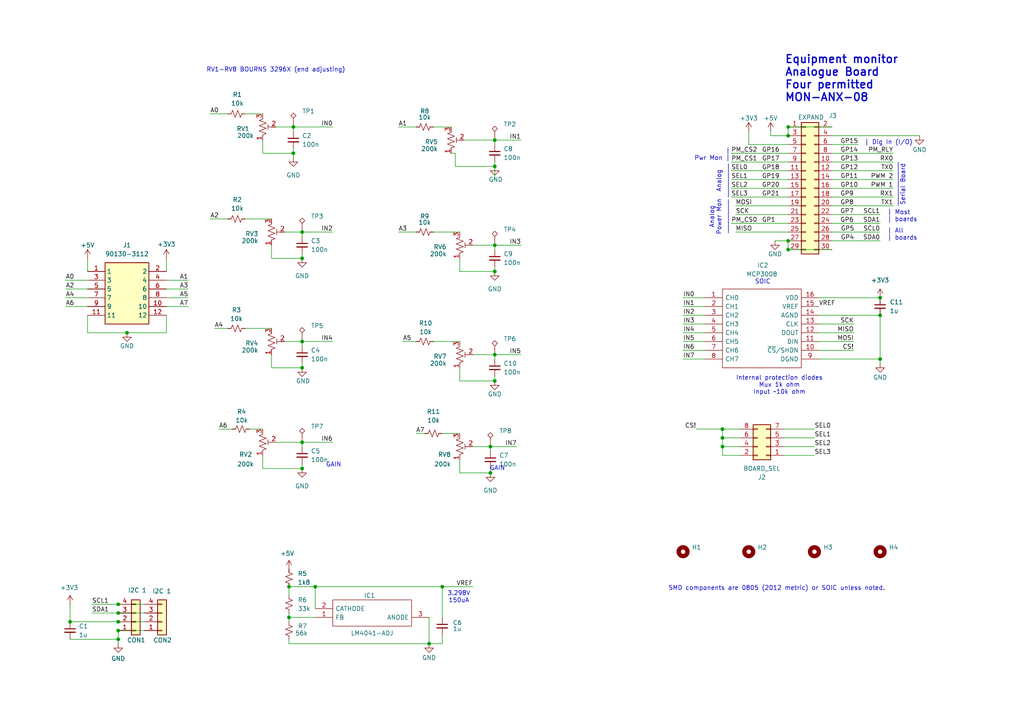
<source format=kicad_sch>
(kicad_sch (version 20250114) (generator "eeschema") (generator_version "9.0")
  (paper "A4")
  (lib_symbols
    (symbol "Connector:TestPoint_Alt" (pin_numbers (hide yes)) (pin_names (offset 0.762) (hide yes))
      (property "Reference" "TP" (at 0 6.858 0))
      (property "Value" "TestPoint_Alt" (at 0 5.08 0))
      (symbol "TestPoint_Alt_0_1"
        (polyline (pts (xy 0 2.54) (xy -0.762 3.302) (xy 0 4.064) (xy 0.762 3.302) (xy 0 2.54)))
      )
      (symbol "TestPoint_Alt_1_1"
        (pin passive line (at 0 0 90) (length 2.54) (name "1") (number "1"))
      )
    )
    (symbol "Connector_Generic:Conn_01x04" (pin_names (offset 1.016) (hide yes))
      (property "Reference" "J" (at 0 5.08 0))
      (property "Value" "Conn_01x04" (at 0 -7.62 0))
      (symbol "Conn_01x04_1_1"
        (rectangle (start -1.27 3.81) (end 1.27 -6.35) (stroke (width 0.254)) (fill (type background)))
        (rectangle (start -1.27 2.667) (end 0 2.413) (stroke (width 0.1524)))
        (rectangle (start -1.27 0.127) (end 0 -0.127) (stroke (width 0.1524)))
        (rectangle (start -1.27 -2.413) (end 0 -2.667) (stroke (width 0.1524)))
        (rectangle (start -1.27 -4.953) (end 0 -5.207) (stroke (width 0.1524)))
        (pin passive line (at -5.08 2.54 0) (length 3.81) (name "Pin_1") (number "1"))
        (pin passive line (at -5.08 0 0) (length 3.81) (name "Pin_2") (number "2"))
        (pin passive line (at -5.08 -2.54 0) (length 3.81) (name "Pin_3") (number "3"))
        (pin passive line (at -5.08 -5.08 0) (length 3.81) (name "Pin_4") (number "4"))
      )
    )
    (symbol "Connector_Generic:Conn_02x04_Odd_Even" (pin_names (offset 1.016) (hide yes))
      (property "Reference" "J" (at 1.27 5.08 0))
      (property "Value" "Conn_02x04_Odd_Even" (at 1.27 -7.62 0))
      (symbol "Conn_02x04_Odd_Even_1_1"
        (rectangle (start -1.27 3.81) (end 3.81 -6.35) (stroke (width 0.254)) (fill (type background)))
        (rectangle (start -1.27 2.667) (end 0 2.413) (stroke (width 0.1524)))
        (rectangle (start -1.27 0.127) (end 0 -0.127) (stroke (width 0.1524)))
        (rectangle (start -1.27 -2.413) (end 0 -2.667) (stroke (width 0.1524)))
        (rectangle (start -1.27 -4.953) (end 0 -5.207) (stroke (width 0.1524)))
        (rectangle (start 3.81 2.667) (end 2.54 2.413) (stroke (width 0.1524)))
        (rectangle (start 3.81 0.127) (end 2.54 -0.127) (stroke (width 0.1524)))
        (rectangle (start 3.81 -2.413) (end 2.54 -2.667) (stroke (width 0.1524)))
        (rectangle (start 3.81 -4.953) (end 2.54 -5.207) (stroke (width 0.1524)))
        (pin passive line (at -5.08 2.54 0) (length 3.81) (name "Pin_1") (number "1"))
        (pin passive line (at -5.08 0 0) (length 3.81) (name "Pin_3") (number "3"))
        (pin passive line (at -5.08 -2.54 0) (length 3.81) (name "Pin_5") (number "5"))
        (pin passive line (at -5.08 -5.08 0) (length 3.81) (name "Pin_7") (number "7"))
        (pin passive line (at 7.62 2.54 180) (length 3.81) (name "Pin_2") (number "2"))
        (pin passive line (at 7.62 0 180) (length 3.81) (name "Pin_4") (number "4"))
        (pin passive line (at 7.62 -2.54 180) (length 3.81) (name "Pin_6") (number "6"))
        (pin passive line (at 7.62 -5.08 180) (length 3.81) (name "Pin_8") (number "8"))
      )
    )
    (symbol "Connector_Generic:Conn_02x15_Odd_Even" (pin_names (offset 1.016) (hide yes))
      (property "Reference" "J" (at 1.27 20.32 0))
      (property "Value" "Conn_02x15_Odd_Even" (at 1.27 -20.32 0))
      (symbol "Conn_02x15_Odd_Even_1_1"
        (rectangle (start -1.27 19.05) (end 3.81 -19.05) (stroke (width 0.254)) (fill (type background)))
        (rectangle (start -1.27 17.907) (end 0 17.653) (stroke (width 0.1524)))
        (rectangle (start -1.27 15.367) (end 0 15.113) (stroke (width 0.1524)))
        (rectangle (start -1.27 12.827) (end 0 12.573) (stroke (width 0.1524)))
        (rectangle (start -1.27 10.287) (end 0 10.033) (stroke (width 0.1524)))
        (rectangle (start -1.27 7.747) (end 0 7.493) (stroke (width 0.1524)))
        (rectangle (start -1.27 5.207) (end 0 4.953) (stroke (width 0.1524)))
        (rectangle (start -1.27 2.667) (end 0 2.413) (stroke (width 0.1524)))
        (rectangle (start -1.27 0.127) (end 0 -0.127) (stroke (width 0.1524)))
        (rectangle (start -1.27 -2.413) (end 0 -2.667) (stroke (width 0.1524)))
        (rectangle (start -1.27 -4.953) (end 0 -5.207) (stroke (width 0.1524)))
        (rectangle (start -1.27 -7.493) (end 0 -7.747) (stroke (width 0.1524)))
        (rectangle (start -1.27 -10.033) (end 0 -10.287) (stroke (width 0.1524)))
        (rectangle (start -1.27 -12.573) (end 0 -12.827) (stroke (width 0.1524)))
        (rectangle (start -1.27 -15.113) (end 0 -15.367) (stroke (width 0.1524)))
        (rectangle (start -1.27 -17.653) (end 0 -17.907) (stroke (width 0.1524)))
        (rectangle (start 3.81 17.907) (end 2.54 17.653) (stroke (width 0.1524)))
        (rectangle (start 3.81 15.367) (end 2.54 15.113) (stroke (width 0.1524)))
        (rectangle (start 3.81 12.827) (end 2.54 12.573) (stroke (width 0.1524)))
        (rectangle (start 3.81 10.287) (end 2.54 10.033) (stroke (width 0.1524)))
        (rectangle (start 3.81 7.747) (end 2.54 7.493) (stroke (width 0.1524)))
        (rectangle (start 3.81 5.207) (end 2.54 4.953) (stroke (width 0.1524)))
        (rectangle (start 3.81 2.667) (end 2.54 2.413) (stroke (width 0.1524)))
        (rectangle (start 3.81 0.127) (end 2.54 -0.127) (stroke (width 0.1524)))
        (rectangle (start 3.81 -2.413) (end 2.54 -2.667) (stroke (width 0.1524)))
        (rectangle (start 3.81 -4.953) (end 2.54 -5.207) (stroke (width 0.1524)))
        (rectangle (start 3.81 -7.493) (end 2.54 -7.747) (stroke (width 0.1524)))
        (rectangle (start 3.81 -10.033) (end 2.54 -10.287) (stroke (width 0.1524)))
        (rectangle (start 3.81 -12.573) (end 2.54 -12.827) (stroke (width 0.1524)))
        (rectangle (start 3.81 -15.113) (end 2.54 -15.367) (stroke (width 0.1524)))
        (rectangle (start 3.81 -17.653) (end 2.54 -17.907) (stroke (width 0.1524)))
        (pin passive line (at -5.08 17.78 0) (length 3.81) (name "Pin_1") (number "1"))
        (pin passive line (at -5.08 15.24 0) (length 3.81) (name "Pin_3") (number "3"))
        (pin passive line (at -5.08 12.7 0) (length 3.81) (name "Pin_5") (number "5"))
        (pin passive line (at -5.08 10.16 0) (length 3.81) (name "Pin_7") (number "7"))
        (pin passive line (at -5.08 7.62 0) (length 3.81) (name "Pin_9") (number "9"))
        (pin passive line (at -5.08 5.08 0) (length 3.81) (name "Pin_11") (number "11"))
        (pin passive line (at -5.08 2.54 0) (length 3.81) (name "Pin_13") (number "13"))
        (pin passive line (at -5.08 0 0) (length 3.81) (name "Pin_15") (number "15"))
        (pin passive line (at -5.08 -2.54 0) (length 3.81) (name "Pin_17") (number "17"))
        (pin passive line (at -5.08 -5.08 0) (length 3.81) (name "Pin_19") (number "19"))
        (pin passive line (at -5.08 -7.62 0) (length 3.81) (name "Pin_21") (number "21"))
        (pin passive line (at -5.08 -10.16 0) (length 3.81) (name "Pin_23") (number "23"))
        (pin passive line (at -5.08 -12.7 0) (length 3.81) (name "Pin_25") (number "25"))
        (pin passive line (at -5.08 -15.24 0) (length 3.81) (name "Pin_27") (number "27"))
        (pin passive line (at -5.08 -17.78 0) (length 3.81) (name "Pin_29") (number "29"))
        (pin passive line (at 7.62 17.78 180) (length 3.81) (name "Pin_2") (number "2"))
        (pin passive line (at 7.62 15.24 180) (length 3.81) (name "Pin_4") (number "4"))
        (pin passive line (at 7.62 12.7 180) (length 3.81) (name "Pin_6") (number "6"))
        (pin passive line (at 7.62 10.16 180) (length 3.81) (name "Pin_8") (number "8"))
        (pin passive line (at 7.62 7.62 180) (length 3.81) (name "Pin_10") (number "10"))
        (pin passive line (at 7.62 5.08 180) (length 3.81) (name "Pin_12") (number "12"))
        (pin passive line (at 7.62 2.54 180) (length 3.81) (name "Pin_14") (number "14"))
        (pin passive line (at 7.62 0 180) (length 3.81) (name "Pin_16") (number "16"))
        (pin passive line (at 7.62 -2.54 180) (length 3.81) (name "Pin_18") (number "18"))
        (pin passive line (at 7.62 -5.08 180) (length 3.81) (name "Pin_20") (number "20"))
        (pin passive line (at 7.62 -7.62 180) (length 3.81) (name "Pin_22") (number "22"))
        (pin passive line (at 7.62 -10.16 180) (length 3.81) (name "Pin_24") (number "24"))
        (pin passive line (at 7.62 -12.7 180) (length 3.81) (name "Pin_26") (number "26"))
        (pin passive line (at 7.62 -15.24 180) (length 3.81) (name "Pin_28") (number "28"))
        (pin passive line (at 7.62 -17.78 180) (length 3.81) (name "Pin_30") (number "30"))
      )
    )
    (symbol "Device:C_Small" (pin_numbers (hide yes)) (pin_names (offset 0.254) (hide yes))
      (property "Reference" "C" (at 0.254 1.778 0))
      (property "Value" "C_Small" (at 0.254 -2.032 0))
      (symbol "C_Small_0_1"
        (polyline (pts (xy -1.524 0.508) (xy 1.524 0.508)) (stroke (width 0.3048)))
        (polyline (pts (xy -1.524 -0.508) (xy 1.524 -0.508)) (stroke (width 0.3302)))
      )
      (symbol "C_Small_1_1"
        (pin passive line (at 0 2.54 270) (length 2.032) (name "~") (number "1"))
        (pin passive line (at 0 -2.54 90) (length 2.032) (name "~") (number "2"))
      )
    )
    (symbol "Device:R_Potentiometer_Trim_US" (pin_names (offset 1.016) (hide yes))
      (property "Reference" "RV" (at -4.445 0 90))
      (property "Value" "R_Potentiometer_Trim_US" (at -2.54 0 90))
      (symbol "R_Potentiometer_Trim_US_0_1"
        (polyline (pts (xy 0 2.286) (xy 0 2.54)))
        (polyline (pts (xy 0 2.286) (xy 1.016 1.905) (xy 0 1.524) (xy -1.016 1.143) (xy 0 0.762)))
        (polyline (pts (xy 0 0.762) (xy 1.016 0.381) (xy 0 0) (xy -1.016 -0.381) (xy 0 -0.762)))
        (polyline (pts (xy 0 -0.762) (xy 1.016 -1.143) (xy 0 -1.524) (xy -1.016 -1.905) (xy 0 -2.286)))
        (polyline (pts (xy 0 -2.286) (xy 0 -2.54)))
        (polyline (pts (xy 1.524 0.762) (xy 1.524 -0.762)))
        (polyline (pts (xy 2.54 0) (xy 1.524 0)))
      )
      (symbol "R_Potentiometer_Trim_US_1_1"
        (pin passive line (at 0 3.81 270) (length 1.27) (name "1") (number "1"))
        (pin passive line (at 0 -3.81 90) (length 1.27) (name "3") (number "3"))
        (pin passive line (at 3.81 0 180) (length 1.27) (name "2") (number "2"))
      )
    )
    (symbol "Device:R_Small_US" (pin_numbers (hide yes)) (pin_names (offset 0.254) (hide yes))
      (property "Reference" "R" (at 0.762 0.508 0))
      (property "Value" "R_Small_US" (at 0.762 -1.016 0))
      (symbol "R_Small_US_1_1"
        (polyline (pts (xy 0 1.524) (xy 1.016 1.143) (xy 0 0.762) (xy -1.016 0.381) (xy 0 0)))
        (polyline (pts (xy 0 0) (xy 1.016 -0.381) (xy 0 -0.762) (xy -1.016 -1.143) (xy 0 -1.524)))
        (pin passive line (at 0 2.54 270) (length 1.016) (name "~") (number "1"))
        (pin passive line (at 0 -2.54 90) (length 1.016) (name "~") (number "2"))
      )
    )
    (symbol "Mechanical:MountingHole" (pin_names (offset 1.016)) (exclude_from_sim yes) (in_bom no)
      (property "Reference" "H" (at 0 5.08 0))
      (property "Value" "MountingHole" (at 0 3.175 0))
      (symbol "MountingHole_0_1"
        (circle (center 0 0) (radius 1.27) (stroke (width 1.27)))
      )
    )
    (symbol "SamacSys_Parts:90130-3112"
      (property "Reference" "J" (at 19.05 7.62 0))
      (property "Value" "90130-3112" (at 19.05 5.08 0))
      (symbol "90130-3112_1_1"
        (rectangle (start 5.08 2.54) (end 17.78 -15.24) (stroke (width 0.254)) (fill (type background)))
        (pin passive line (at 0 0 0) (length 5.08) (name "1") (number "1"))
        (pin passive line (at 0 -2.54 0) (length 5.08) (name "3") (number "3"))
        (pin passive line (at 0 -5.08 0) (length 5.08) (name "5") (number "5"))
        (pin passive line (at 0 -7.62 0) (length 5.08) (name "7") (number "7"))
        (pin passive line (at 0 -10.16 0) (length 5.08) (name "9") (number "9"))
        (pin passive line (at 0 -12.7 0) (length 5.08) (name "11") (number "11"))
        (pin passive line (at 22.86 0 180) (length 5.08) (name "2") (number "2"))
        (pin passive line (at 22.86 -2.54 180) (length 5.08) (name "4") (number "4"))
        (pin passive line (at 22.86 -5.08 180) (length 5.08) (name "6") (number "6"))
        (pin passive line (at 22.86 -7.62 180) (length 5.08) (name "8") (number "8"))
        (pin passive line (at 22.86 -10.16 180) (length 5.08) (name "10") (number "10"))
        (pin passive line (at 22.86 -12.7 180) (length 5.08) (name "12") (number "12"))
      )
    )
    (symbol "SamacSys_Parts:LM4041C12IDBZR" (pin_names (offset 0.762))
      (property "Reference" "IC" (at 29.21 7.62 0))
      (property "Value" "LM4041C12IDBZR" (at 29.21 5.08 0))
      (symbol "LM4041C12IDBZR_0_0"
        (pin passive line (at 0 0 0) (length 5.08) (name "FB") (number "1"))
        (pin passive line (at 0 -2.54 0) (length 5.08) (name "CATHODE") (number "2"))
        (pin passive line (at 33.02 0 180) (length 5.08) (name "ANODE") (number "3"))
      )
      (symbol "LM4041C12IDBZR_0_1"
        (polyline (pts (xy 5.08 2.54) (xy 27.94 2.54) (xy 27.94 -5.08) (xy 5.08 -5.08) (xy 5.08 2.54)) (stroke (width 0.1524)))
      )
    )
    (symbol "SamacSys_Parts:MCP3008-I_SL" (pin_names (offset 0.762))
      (property "Reference" "IC" (at 29.21 7.62 0))
      (property "Value" "MCP3008-I_SL" (at 29.21 5.08 0))
      (symbol "MCP3008-I_SL_0_0"
        (pin passive line (at 0 0 0) (length 5.08) (name "CH0") (number "1"))
        (pin passive line (at 0 -2.54 0) (length 5.08) (name "CH1") (number "2"))
        (pin passive line (at 0 -5.08 0) (length 5.08) (name "CH2") (number "3"))
        (pin passive line (at 0 -7.62 0) (length 5.08) (name "CH3") (number "4"))
        (pin passive line (at 0 -10.16 0) (length 5.08) (name "CH4") (number "5"))
        (pin passive line (at 0 -12.7 0) (length 5.08) (name "CH5") (number "6"))
        (pin passive line (at 0 -15.24 0) (length 5.08) (name "CH6") (number "7"))
        (pin passive line (at 0 -17.78 0) (length 5.08) (name "CH7") (number "8"))
        (pin passive line (at 33.02 0 180) (length 5.08) (name "VDD") (number "16"))
        (pin passive line (at 33.02 -2.54 180) (length 5.08) (name "VREF") (number "15"))
        (pin passive line (at 33.02 -5.08 180) (length 5.08) (name "AGND") (number "14"))
        (pin passive line (at 33.02 -7.62 180) (length 5.08) (name "CLK") (number "13"))
        (pin passive line (at 33.02 -10.16 180) (length 5.08) (name "DOUT") (number "12"))
        (pin passive line (at 33.02 -12.7 180) (length 5.08) (name "DIN") (number "11"))
        (pin passive line (at 33.02 -15.24 180) (length 5.08) (name "~{CS}/SHDN") (number "10"))
        (pin passive line (at 33.02 -17.78 180) (length 5.08) (name "DGND") (number "9"))
      )
      (symbol "MCP3008-I_SL_0_1"
        (polyline (pts (xy 5.08 2.54) (xy 27.94 2.54) (xy 27.94 -20.32) (xy 5.08 -20.32) (xy 5.08 2.54)) (stroke (width 0.1524)))
      )
    )
    (symbol "power:+3V3" (power) (pin_numbers (hide yes)) (pin_names (offset 0) (hide yes))
      (property "Value" "+3V3" (at 0 3.556 0))
      (symbol "+3V3_0_1"
        (polyline (pts (xy -0.762 1.27) (xy 0 2.54)))
        (polyline (pts (xy 0 2.54) (xy 0.762 1.27)))
        (polyline (pts (xy 0 0) (xy 0 2.54)))
      )
      (symbol "+3V3_1_1"
        (pin power_in line (at 0 0 90) (length 0) (name "~") (number "1"))
      )
    )
    (symbol "power:+5V" (power) (pin_numbers (hide yes)) (pin_names (offset 0) (hide yes))
      (property "Value" "+5V" (at 0 3.556 0))
      (symbol "+5V_0_1"
        (polyline (pts (xy -0.762 1.27) (xy 0 2.54)))
        (polyline (pts (xy 0 2.54) (xy 0.762 1.27)))
        (polyline (pts (xy 0 0) (xy 0 2.54)))
      )
      (symbol "+5V_1_1"
        (pin power_in line (at 0 0 90) (length 0) (name "~") (number "1"))
      )
    )
    (symbol "power:GND" (power) (pin_numbers (hide yes)) (pin_names (offset 0) (hide yes))
      (property "Value" "GND" (at 0 -3.81 0))
      (symbol "GND_0_1"
        (polyline (pts (xy 0 0) (xy 0 -1.27) (xy 1.27 -1.27) (xy 0 -2.54) (xy -1.27 -1.27) (xy 0 -1.27)))
      )
      (symbol "GND_1_1"
        (pin power_in line (at 0 0 270) (length 0) (name "~") (number "1"))
      )
    )
  )
  (text "GAIN" (at 96.774 134.874 0) (effects (font (size 1.27 1.27))))
  (text "    |\nPwr Mon |" (at 211.836 44.958 0) (effects (font (size 1.27 1.27)) (justify right)))
  (text "3.298V\n150uA" (at 133.096 173.228 0) (effects (font (size 1.27 1.27))))
  (text "SMD components are 0805 (2012 metric) or SOIC unless noted." (at 225.298 170.688 0) (effects (font (size 1.27 1.27))))
  (text "| Dig In (I/O)" (at 250.698 41.402 0) (effects (font (size 1.27 1.27)) (justify left)))
  (text "Internal protection diodes\nMux 1k ohm\nInput ~10k ohm" (at 226.06 111.76 0) (effects (font (size 1.27 1.27))))
  (text "_____________\nSerial Board" (at 260.858 53.594 90) (effects (font (size 1.27 1.27))))
  (text "Equipment monitor\nAnalogue Board\nFour permitted\nMON-ANX-08" (at 227.584 22.86 0) (effects (font (size 2.286 2.286) (thickness 0.381) (bold yes)) (justify left)))
  (text "GAIN" (at 144.272 135.89 0) (effects (font (size 1.27 1.27))))
  (text "SOIC" (at 221.234 81.788 0) (effects (font (size 1.27 1.27))))
  (text "Analog\nPower Mon\n__________" (at 208.534 62.992 90) (effects (font (size 1.27 1.27))))
  (text "Analog\n__________" (at 209.55 52.578 90) (effects (font (size 1.27 1.27))))
  (text "| Most\n| boards" (at 257.302 62.738 0) (effects (font (size 1.27 1.27)) (justify left)))
  (text "RV1-RV8 BOURNS 3296X (end adjusting)" (at 80.01 20.32 0) (effects (font (size 1.27 1.27))))
  (text "| All\n| boards" (at 257.302 68.072 0) (effects (font (size 1.27 1.27)) (justify left)))
  (junction (at 143.51 102.87))
  (junction (at 209.55 124.46))
  (junction (at 228.6 69.85))
  (junction (at 209.55 129.54))
  (junction (at 209.55 127))
  (junction (at 143.51 40.64))
  (junction (at 128.27 170.18))
  (junction (at 34.29 182.88))
  (junction (at 83.82 170.18))
  (junction (at 20.32 180.34))
  (junction (at 142.24 137.16))
  (junction (at 85.09 36.83))
  (junction (at 143.51 48.26))
  (junction (at 87.63 135.89))
  (junction (at 142.24 129.54))
  (junction (at 83.82 179.07))
  (junction (at 143.51 78.74))
  (junction (at 255.27 86.36))
  (junction (at 228.6 36.83))
  (junction (at 87.63 74.93))
  (junction (at 228.6 39.37))
  (junction (at 87.63 106.68))
  (junction (at 34.29 180.34))
  (junction (at 143.51 71.12))
  (junction (at 36.83 96.52))
  (junction (at 91.44 170.18))
  (junction (at 124.46 186.69))
  (junction (at 87.63 128.27))
  (junction (at 228.6 72.39))
  (junction (at 34.29 185.42))
  (junction (at 255.27 91.44))
  (junction (at 34.29 175.26))
  (junction (at 85.09 44.45))
  (junction (at 34.29 177.8))
  (junction (at 255.27 104.14))
  (junction (at 87.63 67.31))
  (junction (at 87.63 99.06))
  (junction (at 143.51 110.49))
  (wire (pts (xy 91.44 170.18) (xy 83.82 170.18)))
  (wire (pts (xy 212.09 52.07) (xy 228.6 52.07)))
  (wire (pts (xy 217.17 38.1) (xy 217.17 41.91)))
  (wire (pts (xy 142.24 130.81) (xy 142.24 129.54)))
  (wire (pts (xy 241.3 52.07) (xy 259.08 52.07)))
  (wire (pts (xy 128.27 186.69) (xy 128.27 184.15)))
  (wire (pts (xy 124.46 179.07) (xy 124.46 186.69)))
  (wire (pts (xy 143.51 71.12) (xy 151.13 71.12)))
  (wire (pts (xy 83.82 177.8) (xy 83.82 179.07)))
  (wire (pts (xy 78.74 95.25) (xy 71.12 95.25)))
  (wire (pts (xy 237.49 104.14) (xy 255.27 104.14)))
  (wire (pts (xy 237.49 96.52) (xy 247.65 96.52)))
  (wire (pts (xy 128.27 170.18) (xy 91.44 170.18)))
  (wire (pts (xy 25.4 96.52) (xy 36.83 96.52)))
  (wire (pts (xy 241.3 62.23) (xy 255.27 62.23)))
  (wire (pts (xy 133.35 67.31) (xy 125.73 67.31)))
  (wire (pts (xy 41.91 182.88) (xy 34.29 182.88)))
  (wire (pts (xy 87.63 100.33) (xy 87.63 99.06)))
  (wire (pts (xy 198.12 93.98) (xy 204.47 93.98)))
  (wire (pts (xy 115.57 36.83) (xy 120.65 36.83)))
  (wire (pts (xy 213.36 67.31) (xy 228.6 67.31)))
  (wire (pts (xy 91.44 170.18) (xy 91.44 176.53)))
  (wire (pts (xy 143.51 72.39) (xy 143.51 71.12)))
  (wire (pts (xy 26.67 175.26) (xy 34.29 175.26)))
  (wire (pts (xy 143.51 41.91) (xy 143.51 40.64)))
  (wire (pts (xy 80.01 36.83) (xy 85.09 36.83)))
  (wire (pts (xy 76.2 44.45) (xy 85.09 44.45)))
  (wire (pts (xy 85.09 38.1) (xy 85.09 36.83)))
  (wire (pts (xy 133.35 137.16) (xy 142.24 137.16)))
  (wire (pts (xy 133.35 74.93) (xy 133.35 78.74)))
  (wire (pts (xy 143.51 40.64) (xy 151.13 40.64)))
  (wire (pts (xy 133.35 99.06) (xy 125.73 99.06)))
  (wire (pts (xy 213.36 62.23) (xy 228.6 62.23)))
  (wire (pts (xy 128.27 186.69) (xy 124.46 186.69)))
  (wire (pts (xy 212.09 57.15) (xy 228.6 57.15)))
  (wire (pts (xy 227.33 132.08) (xy 236.22 132.08)))
  (wire (pts (xy 143.51 77.47) (xy 143.51 78.74)))
  (wire (pts (xy 137.16 102.87) (xy 143.51 102.87)))
  (wire (pts (xy 130.81 44.45) (xy 132.08 44.45)))
  (wire (pts (xy 143.51 102.87) (xy 151.13 102.87)))
  (wire (pts (xy 85.09 36.83) (xy 96.52 36.83)))
  (wire (pts (xy 80.01 128.27) (xy 87.63 128.27)))
  (wire (pts (xy 76.2 135.89) (xy 87.63 135.89)))
  (wire (pts (xy 212.09 49.53) (xy 228.6 49.53)))
  (wire (pts (xy 212.09 44.45) (xy 228.6 44.45)))
  (wire (pts (xy 87.63 73.66) (xy 87.63 74.93)))
  (wire (pts (xy 63.5 124.46) (xy 67.31 124.46)))
  (wire (pts (xy 87.63 67.31) (xy 96.52 67.31)))
  (wire (pts (xy 134.62 40.64) (xy 143.51 40.64)))
  (wire (pts (xy 19.05 81.28) (xy 25.4 81.28)))
  (wire (pts (xy 241.3 44.45) (xy 259.08 44.45)))
  (wire (pts (xy 132.08 48.26) (xy 143.51 48.26)))
  (wire (pts (xy 120.65 125.73) (xy 123.19 125.73)))
  (wire (pts (xy 85.09 45.72) (xy 85.09 44.45)))
  (wire (pts (xy 130.81 36.83) (xy 125.73 36.83)))
  (wire (pts (xy 87.63 134.62) (xy 87.63 135.89)))
  (wire (pts (xy 137.16 170.18) (xy 128.27 170.18)))
  (wire (pts (xy 128.27 125.73) (xy 133.35 125.73)))
  (wire (pts (xy 217.17 41.91) (xy 228.6 41.91)))
  (wire (pts (xy 25.4 91.44) (xy 25.4 96.52)))
  (wire (pts (xy 82.55 99.06) (xy 87.63 99.06)))
  (wire (pts (xy 237.49 86.36) (xy 255.27 86.36)))
  (wire (pts (xy 83.82 186.69) (xy 83.82 185.42)))
  (wire (pts (xy 128.27 170.18) (xy 128.27 179.07)))
  (wire (pts (xy 201.93 124.46) (xy 209.55 124.46)))
  (wire (pts (xy 143.51 104.14) (xy 143.51 102.87)))
  (wire (pts (xy 241.3 67.31) (xy 255.27 67.31)))
  (wire (pts (xy 213.36 59.69) (xy 228.6 59.69)))
  (wire (pts (xy 241.3 54.61) (xy 259.08 54.61)))
  (wire (pts (xy 83.82 186.69) (xy 124.46 186.69)))
  (wire (pts (xy 78.74 74.93) (xy 87.63 74.93)))
  (wire (pts (xy 198.12 91.44) (xy 204.47 91.44)))
  (wire (pts (xy 142.24 135.89) (xy 142.24 137.16)))
  (wire (pts (xy 228.6 36.83) (xy 241.3 36.83)))
  (wire (pts (xy 48.26 74.93) (xy 48.26 78.74)))
  (wire (pts (xy 34.29 177.8) (xy 41.91 177.8)))
  (wire (pts (xy 143.51 48.26) (xy 143.51 52.07)))
  (wire (pts (xy 48.26 86.36) (xy 54.61 86.36)))
  (wire (pts (xy 133.35 78.74) (xy 143.51 78.74)))
  (wire (pts (xy 78.74 106.68) (xy 87.63 106.68)))
  (wire (pts (xy 142.24 129.54) (xy 149.86 129.54)))
  (wire (pts (xy 223.52 38.1) (xy 223.52 39.37)))
  (wire (pts (xy 241.3 41.91) (xy 248.92 41.91)))
  (wire (pts (xy 76.2 40.64) (xy 76.2 44.45)))
  (wire (pts (xy 209.55 129.54) (xy 209.55 127)))
  (wire (pts (xy 198.12 99.06) (xy 204.47 99.06)))
  (wire (pts (xy 83.82 179.07) (xy 91.44 179.07)))
  (wire (pts (xy 71.12 33.02) (xy 76.2 33.02)))
  (wire (pts (xy 87.63 105.41) (xy 87.63 106.68)))
  (wire (pts (xy 48.26 88.9) (xy 54.61 88.9)))
  (wire (pts (xy 209.55 129.54) (xy 214.63 129.54)))
  (wire (pts (xy 34.29 185.42) (xy 34.29 186.69)))
  (wire (pts (xy 72.39 124.46) (xy 76.2 124.46)))
  (wire (pts (xy 228.6 69.85) (xy 228.6 72.39)))
  (wire (pts (xy 227.33 127) (xy 236.22 127)))
  (wire (pts (xy 78.74 102.87) (xy 78.74 106.68)))
  (wire (pts (xy 241.3 57.15) (xy 259.08 57.15)))
  (wire (pts (xy 137.16 71.12) (xy 143.51 71.12)))
  (wire (pts (xy 224.79 69.85) (xy 228.6 69.85)))
  (wire (pts (xy 87.63 68.58) (xy 87.63 67.31)))
  (wire (pts (xy 120.65 99.06) (xy 116.84 99.06)))
  (wire (pts (xy 137.16 129.54) (xy 142.24 129.54)))
  (wire (pts (xy 36.83 96.52) (xy 48.26 96.52)))
  (wire (pts (xy 228.6 36.83) (xy 228.6 39.37)))
  (wire (pts (xy 237.49 101.6) (xy 247.65 101.6)))
  (wire (pts (xy 227.33 129.54) (xy 236.22 129.54)))
  (wire (pts (xy 60.96 63.5) (xy 66.04 63.5)))
  (wire (pts (xy 83.82 180.34) (xy 83.82 179.07)))
  (wire (pts (xy 228.6 72.39) (xy 241.3 72.39)))
  (wire (pts (xy 83.82 172.72) (xy 83.82 170.18)))
  (wire (pts (xy 48.26 96.52) (xy 48.26 91.44)))
  (wire (pts (xy 85.09 43.18) (xy 85.09 44.45)))
  (wire (pts (xy 209.55 127) (xy 209.55 124.46)))
  (wire (pts (xy 198.12 104.14) (xy 204.47 104.14)))
  (wire (pts (xy 132.08 44.45) (xy 132.08 48.26)))
  (wire (pts (xy 82.55 67.31) (xy 87.63 67.31)))
  (wire (pts (xy 41.91 180.34) (xy 34.29 180.34)))
  (wire (pts (xy 143.51 46.99) (xy 143.51 48.26)))
  (wire (pts (xy 198.12 86.36) (xy 204.47 86.36)))
  (wire (pts (xy 133.35 133.35) (xy 133.35 137.16)))
  (wire (pts (xy 76.2 132.08) (xy 76.2 135.89)))
  (wire (pts (xy 241.3 69.85) (xy 255.27 69.85)))
  (wire (pts (xy 87.63 99.06) (xy 96.52 99.06)))
  (wire (pts (xy 227.33 124.46) (xy 236.22 124.46)))
  (wire (pts (xy 60.96 33.02) (xy 66.04 33.02)))
  (wire (pts (xy 25.4 74.93) (xy 25.4 78.74)))
  (wire (pts (xy 19.05 86.36) (xy 25.4 86.36)))
  (wire (pts (xy 87.63 129.54) (xy 87.63 128.27)))
  (wire (pts (xy 209.55 132.08) (xy 214.63 132.08)))
  (wire (pts (xy 19.05 88.9) (xy 25.4 88.9)))
  (wire (pts (xy 255.27 104.14) (xy 255.27 91.44)))
  (wire (pts (xy 198.12 101.6) (xy 204.47 101.6)))
  (wire (pts (xy 209.55 124.46) (xy 214.63 124.46)))
  (wire (pts (xy 78.74 63.5) (xy 71.12 63.5)))
  (wire (pts (xy 212.09 54.61) (xy 228.6 54.61)))
  (wire (pts (xy 143.51 109.22) (xy 143.51 110.49)))
  (wire (pts (xy 20.32 185.42) (xy 34.29 185.42)))
  (wire (pts (xy 26.67 177.8) (xy 34.29 177.8)))
  (wire (pts (xy 133.35 110.49) (xy 143.51 110.49)))
  (wire (pts (xy 78.74 71.12) (xy 78.74 74.93)))
  (wire (pts (xy 198.12 88.9) (xy 204.47 88.9)))
  (wire (pts (xy 241.3 39.37) (xy 266.7 39.37)))
  (wire (pts (xy 255.27 105.41) (xy 255.27 104.14)))
  (wire (pts (xy 198.12 96.52) (xy 204.47 96.52)))
  (wire (pts (xy 48.26 81.28) (xy 54.61 81.28)))
  (wire (pts (xy 223.52 39.37) (xy 228.6 39.37)))
  (wire (pts (xy 20.32 180.34) (xy 34.29 180.34)))
  (wire (pts (xy 241.3 59.69) (xy 259.08 59.69)))
  (wire (pts (xy 241.3 46.99) (xy 259.08 46.99)))
  (wire (pts (xy 212.09 64.77) (xy 228.6 64.77)))
  (wire (pts (xy 241.3 49.53) (xy 259.08 49.53)))
  (wire (pts (xy 237.49 99.06) (xy 247.65 99.06)))
  (wire (pts (xy 237.49 91.44) (xy 255.27 91.44)))
  (wire (pts (xy 62.23 95.25) (xy 66.04 95.25)))
  (wire (pts (xy 87.63 128.27) (xy 96.52 128.27)))
  (wire (pts (xy 241.3 64.77) (xy 255.27 64.77)))
  (wire (pts (xy 20.32 175.26) (xy 20.32 180.34)))
  (wire (pts (xy 209.55 132.08) (xy 209.55 129.54)))
  (wire (pts (xy 212.09 46.99) (xy 228.6 46.99)))
  (wire (pts (xy 34.29 185.42) (xy 34.29 182.88)))
  (wire (pts (xy 237.49 93.98) (xy 247.65 93.98)))
  (wire (pts (xy 209.55 127) (xy 214.63 127)))
  (wire (pts (xy 133.35 106.68) (xy 133.35 110.49)))
  (wire (pts (xy 48.26 83.82) (xy 54.61 83.82)))
  (wire (pts (xy 115.57 67.31) (xy 120.65 67.31)))
  (wire (pts (xy 41.91 175.26) (xy 34.29 175.26)))
  (wire (pts (xy 19.05 83.82) (xy 25.4 83.82)))
  (label "GP1" (at 220.98 64.77 0))
  (label "IN2" (at 96.52 67.31 180))
  (label "PWM 2" (at 259.08 52.07 180))
  (label "IN5" (at 198.12 99.06 0))
  (label "SDA0" (at 255.27 69.85 180))
  (label "A3" (at 54.61 83.82 180))
  (label "SEL0" (at 236.22 124.46 0))
  (label "SCL1" (at 255.27 62.23 180))
  (label "A0" (at 60.96 33.02 0))
  (label "GP11" (at 248.92 52.07 180))
  (label "IN4" (at 96.52 99.06 180))
  (label "IN1" (at 198.12 88.9 0))
  (label "IN0" (at 198.12 86.36 0))
  (label "A4" (at 62.23 95.25 0))
  (label "SCK" (at 247.65 93.98 180))
  (label "MISO" (at 247.65 96.52 180))
  (label "GP14" (at 248.92 44.45 180))
  (label "IN6" (at 96.52 128.27 180))
  (label "A1" (at 115.57 36.83 0))
  (label "PM_RLY" (at 259.08 44.45 180))
  (label "PM_CS1" (at 212.09 46.99 0))
  (label "IN1" (at 151.13 40.64 180))
  (label "TX0" (at 259.08 49.53 180))
  (label "TX1" (at 259.08 59.69 180))
  (label "GP16" (at 220.98 44.45 0))
  (label "GP12" (at 248.92 49.53 180))
  (label "A6" (at 19.05 88.9 0))
  (label "SDA1" (at 255.27 64.77 180))
  (label "GP13" (at 248.92 46.99 180))
  (label "MOSI" (at 213.36 59.69 0))
  (label "GP4" (at 243.84 69.85 0))
  (label "SEL1" (at 236.22 127 0))
  (label "IN7" (at 198.12 104.14 0))
  (label "GP17" (at 220.98 46.99 0))
  (label "IN5" (at 151.13 102.87 180))
  (label "VREF" (at 137.16 170.18 180))
  (label "PWM 1" (at 259.08 54.61 180))
  (label "GP9" (at 247.65 57.15 180))
  (label "IN7" (at 149.86 129.54 180))
  (label "SEL3" (at 212.09 57.15 0))
  (label "SCK" (at 213.36 62.23 0))
  (label "GP6" (at 247.65 64.77 180))
  (label "IN2" (at 198.12 91.44 0))
  (label "PM_CS2" (at 212.09 44.45 0))
  (label "GP8" (at 247.65 59.69 180))
  (label "SEL2" (at 236.22 129.54 0))
  (label "A5" (at 116.84 99.06 0))
  (label "VREF" (at 237.49 88.9 0))
  (label "PM_CS0" (at 212.09 64.77 0))
  (label "A4" (at 19.05 86.36 0))
  (label "CS!" (at 247.65 101.6 180))
  (label "SEL1" (at 212.09 52.07 0))
  (label "GP20" (at 220.98 54.61 0))
  (label "GP15" (at 248.92 41.91 180))
  (label "CS!" (at 201.93 124.46 180))
  (label "SEL3" (at 236.22 132.08 0))
  (label "GP21" (at 220.98 57.15 0))
  (label "A2" (at 19.05 83.82 0))
  (label "SCL0" (at 255.27 67.31 180))
  (label "GP18" (at 220.98 49.53 0))
  (label "A6" (at 63.5 124.46 0))
  (label "A1" (at 54.61 81.28 180))
  (label "MISO" (at 213.36 67.31 0))
  (label "RX0" (at 259.08 46.99 180))
  (label "IN6" (at 198.12 101.6 0))
  (label "SDA1" (at 26.67 177.8 0))
  (label "SEL2" (at 212.09 54.61 0))
  (label "IN3" (at 151.13 71.12 180))
  (label "A0" (at 19.05 81.28 0))
  (label "IN4" (at 198.12 96.52 0))
  (label "SCL1" (at 26.67 175.26 0))
  (label "MOSI" (at 247.65 99.06 180))
  (label "IN3" (at 198.12 93.98 0))
  (label "GP19" (at 220.98 52.07 0))
  (label "A7" (at 54.61 88.9 180))
  (label "RX1" (at 259.08 57.15 180))
  (label "IN0" (at 96.52 36.83 180))
  (label "GP5" (at 243.84 67.31 0))
  (label "A7" (at 120.65 125.73 0))
  (label "A3" (at 115.57 67.31 0))
  (label "GP10" (at 248.92 54.61 180))
  (label "A5" (at 54.61 86.36 180))
  (label "SEL0" (at 212.09 49.53 0))
  (label "A2" (at 60.96 63.5 0))
  (label "GP7" (at 247.65 62.23 180))
  (symbol (lib_id "Mechanical:MountingHole") (at 217.17 160.02 0) (unit 1) (exclude_from_sim yes) (in_bom no)
    (property "Reference" "H2" (at 219.71 158.7499 0) (effects (justify left)))
    (property "Value" "MountingHole" (effects (hide yes)))
    (property "Footprint" "RP:MountingHole_3.5mm_no_fill" (effects (hide yes)))
    (property "Description" "Mounting Hole without connection" (effects (hide yes)))
  )
  (symbol (lib_id "Connector:TestPoint_Alt") (at 143.51 71.12 0) (unit 1)
    (property "Reference" "TP4" (at 146.05 66.5479 0) (effects (justify left)))
    (property "Value" "TestPoint_Alt" (effects (hide yes)))
    (property "Footprint" "TestPoint:TestPoint_THTPad_2.0x2.0mm_Drill1.0mm" (effects (hide yes)))
    (property "Description" "test point (alternative shape)" (effects (hide yes)))
  )
  (symbol (lib_id "power:GND") (at 143.51 110.49 0) (unit 1)
    (property "Reference" "#PWR014" (effects (hide yes)))
    (property "Value" "GND" (at 143.51 114.3 0))
    (property "Description" "Power symbol creates a global label with name \"GND\" , ground" (effects (hide yes)))
  )
  (symbol (lib_id "Connector:TestPoint_Alt") (at 87.63 99.06 0) (unit 1)
    (property "Reference" "TP5" (at 90.17 94.4879 0) (effects (justify left)))
    (property "Value" "TestPoint_Alt" (effects (hide yes)))
    (property "Footprint" "TestPoint:TestPoint_THTPad_2.0x2.0mm_Drill1.0mm" (effects (hide yes)))
    (property "Description" "test point (alternative shape)" (effects (hide yes)))
  )
  (symbol (lib_id "power:GND") (at 36.83 96.52 0) (unit 1)
    (property "Reference" "#PWR03" (effects (hide yes)))
    (property "Value" "GND" (at 36.83 100.33 0))
  )
  (symbol (lib_id "SamacSys_Parts:90130-3112") (at 25.4 78.74 0) (unit 1)
    (property "Reference" "J1" (at 36.83 71.12 0))
    (property "Value" "90130-3112" (at 36.83 73.66 0))
    (property "Footprint" "SamacSys_Parts:SHDRRA12W65P254_2X6_1758X1090X1005P" (effects (hide yes)))
    (property "Datasheet" "https://www.molex.com/pdm_docs/sd/901303112_sd.pdf" (effects (hide yes)))
    (property "Description" "Headers & Wire Housings 2.54MM CGRIDIII HDR 12P R/A DR SHRD TIN" (effects (hide yes)))
    (property "Height" "10.05" (effects (hide yes)))
    (property "Mouser Part Number" "538-90130-3112" (effects (hide yes)))
    (property "Mouser Price/Stock" "https://www.mouser.co.uk/ProductDetail/Molex/90130-3112?qs=kEwmkoUtv7TqQ0WbVYuwuQ%3D%3D" (effects (hide yes)))
    (property "Manufacturer_Name" "Molex" (effects (hide yes)))
    (property "Manufacturer_Part_Number" "90130-3112" (effects (hide yes)))
  )
  (symbol (lib_id "power:GND") (at 224.79 69.85 0) (unit 1)
    (property "Reference" "#PWR017" (effects (hide yes)))
    (property "Value" "GND" (at 224.79 73.66 0))
    (property "Description" "Power symbol creates a global label with name \"GND\" , ground" (effects (hide yes)))
  )
  (symbol (lib_id "Device:R_Small_US") (at 123.19 36.83 90) (unit 1)
    (property "Reference" "R8" (at 123.19 32.258 90))
    (property "Value" "10k" (at 123.19 34.036 90))
    (property "Footprint" "Resistor_SMD:R_0805_2012Metric_Pad1.20x1.40mm_HandSolder" (effects (hide yes)))
    (property "Description" "Resistor, small US symbol" (effects (hide yes)))
  )
  (symbol (lib_id "Device:R_Small_US") (at 69.85 124.46 90) (unit 1)
    (property "Reference" "R4" (at 70.104 119.38 90))
    (property "Value" "10k" (at 70.104 121.92 90))
    (property "Footprint" "Resistor_SMD:R_0805_2012Metric_Pad1.20x1.40mm_HandSolder" (effects (hide yes)))
    (property "Description" "Resistor, small US symbol" (effects (hide yes)))
  )
  (symbol (lib_id "Device:C_Small") (at 87.63 71.12 0) (unit 1)
    (property "Reference" "C3" (at 90.17 69.8562 0) (effects (justify left)))
    (property "Value" "100n" (at 90.17 72.3962 0) (effects (justify left)))
    (property "Footprint" "Capacitor_SMD:C_0805_2012Metric_Pad1.18x1.45mm_HandSolder" (effects (hide yes)))
    (property "Description" "Unpolarized capacitor, small symbol" (effects (hide yes)))
  )
  (symbol (lib_id "Device:R_Small_US") (at 68.58 63.5 90) (unit 1)
    (property "Reference" "R2" (at 68.834 57.912 90))
    (property "Value" "10k" (at 68.834 60.452 90))
    (property "Footprint" "Resistor_SMD:R_0805_2012Metric_Pad1.20x1.40mm_HandSolder" (effects (hide yes)))
    (property "Description" "Resistor, small US symbol" (effects (hide yes)))
  )
  (symbol (lib_id "Device:C_Small") (at 143.51 74.93 0) (unit 1)
    (property "Reference" "C9" (at 146.05 73.6662 0) (effects (justify left)))
    (property "Value" "100n" (at 146.05 76.2062 0) (effects (justify left)))
    (property "Footprint" "Capacitor_SMD:C_0805_2012Metric_Pad1.18x1.45mm_HandSolder" (effects (hide yes)))
    (property "Description" "Unpolarized capacitor, small symbol" (effects (hide yes)))
  )
  (symbol (lib_id "power:GND") (at 143.51 78.74 0) (unit 1)
    (property "Reference" "#PWR013" (effects (hide yes)))
    (property "Value" "GND" (at 143.51 83.82 0))
    (property "Description" "Power symbol creates a global label with name \"GND\" , ground" (effects (hide yes)))
  )
  (symbol (lib_id "Device:R_Potentiometer_Trim_US") (at 78.74 99.06 0) (mirror x) (unit 1)
    (property "Reference" "RV4" (at 74.93 99.568 0) (effects (justify right)))
    (property "Value" "200k" (at 74.93 101.6 0) (effects (justify right)))
    (property "Footprint" "Potentiometer_THT:Potentiometer_Bourns_3296X_Horizontal" (effects (hide yes)))
    (property "Description" "Trim-potentiometer, US symbol" (effects (hide yes)))
  )
  (symbol (lib_id "Device:R_Potentiometer_Trim_US") (at 78.74 67.31 0) (mirror x) (unit 1)
    (property "Reference" "RV3" (at 74.93 67.818 0) (effects (justify right)))
    (property "Value" "200k" (at 74.93 69.85 0) (effects (justify right)))
    (property "Footprint" "Potentiometer_THT:Potentiometer_Bourns_3296X_Horizontal" (effects (hide yes)))
    (property "Description" "Trim-potentiometer, US symbol" (effects (hide yes)))
  )
  (symbol (lib_id "Device:R_Potentiometer_Trim_US") (at 130.81 40.64 0) (mirror x) (unit 1)
    (property "Reference" "RV5" (at 127 41.148 0) (effects (justify right)))
    (property "Value" "200k" (at 127 43.18 0) (effects (justify right)))
    (property "Footprint" "Potentiometer_THT:Potentiometer_Bourns_3296X_Horizontal" (effects (hide yes)))
    (property "Description" "Trim-potentiometer, US symbol" (effects (hide yes)))
  )
  (symbol (lib_id "Device:R_Potentiometer_Trim_US") (at 133.35 102.87 0) (mirror x) (unit 1)
    (property "Reference" "RV7" (at 129.54 103.378 0) (effects (justify right)))
    (property "Value" "200k" (at 129.54 105.41 0) (effects (justify right)))
    (property "Footprint" "Potentiometer_THT:Potentiometer_Bourns_3296X_Horizontal" (effects (hide yes)))
    (property "Description" "Trim-potentiometer, US symbol" (effects (hide yes)))
  )
  (symbol (lib_id "power:+5V") (at 223.52 38.1 0) (unit 1)
    (property "Reference" "#PWR016" (effects (hide yes)))
    (property "Value" "+5V" (at 223.52 34.29 0))
    (property "Description" "Power symbol creates a global label with name \"+5V\"" (effects (hide yes)))
  )
  (symbol (lib_id "Mechanical:MountingHole") (at 198.12 160.02 0) (unit 1) (exclude_from_sim yes) (in_bom no)
    (property "Reference" "H1" (at 200.66 158.7499 0) (effects (justify left)))
    (property "Value" "MountingHole" (effects (hide yes)))
    (property "Footprint" "RP:MountingHole_3.5mm_no_fill" (effects (hide yes)))
    (property "Description" "Mounting Hole without connection" (effects (hide yes)))
  )
  (symbol (lib_id "Device:R_Small_US") (at 83.82 182.88 0) (unit 1)
    (property "Reference" "R7" (at 86.36 181.6099 0) (effects (justify left)))
    (property "Value" "56k" (at 85.598 183.642 0) (effects (justify left)))
    (property "Footprint" "Resistor_SMD:R_0805_2012Metric_Pad1.20x1.40mm_HandSolder" (effects (hide yes)))
    (property "Description" "Resistor, small US symbol" (effects (hide yes)))
  )
  (symbol (lib_id "Device:R_Small_US") (at 68.58 95.25 90) (unit 1)
    (property "Reference" "R3" (at 68.58 89.916 90))
    (property "Value" "10k" (at 68.58 92.456 90))
    (property "Footprint" "Resistor_SMD:R_0805_2012Metric_Pad1.20x1.40mm_HandSolder" (effects (hide yes)))
    (property "Description" "Resistor, small US symbol" (effects (hide yes)))
  )
  (symbol (lib_id "Device:C_Small") (at 143.51 106.68 0) (unit 1)
    (property "Reference" "C10" (at 146.05 105.4162 0) (effects (justify left)))
    (property "Value" "100n" (at 146.05 107.9562 0) (effects (justify left)))
    (property "Footprint" "Capacitor_SMD:C_0805_2012Metric_Pad1.18x1.45mm_HandSolder" (effects (hide yes)))
    (property "Description" "Unpolarized capacitor, small symbol" (effects (hide yes)))
  )
  (symbol (lib_id "Device:C_Small") (at 87.63 132.08 0) (unit 1)
    (property "Reference" "C5" (at 90.17 130.8162 0) (effects (justify left)))
    (property "Value" "100n" (at 90.17 133.3562 0) (effects (justify left)))
    (property "Footprint" "Capacitor_SMD:C_0805_2012Metric_Pad1.18x1.45mm_HandSolder" (effects (hide yes)))
    (property "Description" "Unpolarized capacitor, small symbol" (effects (hide yes)))
  )
  (symbol (lib_id "Device:C_Small") (at 255.27 88.9 0) (unit 1)
    (property "Reference" "C11" (at 258.064 87.63 0) (effects (justify left)))
    (property "Value" "1u" (at 258.064 90.17 0) (effects (justify left)))
    (property "Footprint" "Capacitor_SMD:C_0805_2012Metric_Pad1.18x1.45mm_HandSolder" (effects (hide yes)))
    (property "Description" "Unpolarized capacitor, small symbol" (effects (hide yes)))
  )
  (symbol (lib_id "power:+3V3") (at 48.26 74.93 0) (unit 1)
    (property "Reference" "#PWR04" (effects (hide yes)))
    (property "Value" "+3V3" (at 48.26 70.866 0))
    (property "Description" "Power symbol creates a global label with name \"+3V3\"" (effects (hide yes)))
  )
  (symbol (lib_id "power:GND") (at 124.46 186.69 0) (unit 1)
    (property "Reference" "#PWR010" (effects (hide yes)))
    (property "Value" "GND" (at 124.46 190.754 0))
    (property "Description" "Power symbol creates a global label with name \"GND\" , ground" (effects (hide yes)))
  )
  (symbol (lib_id "power:+5V") (at 83.82 165.1 0) (unit 1)
    (property "Reference" "#PWR05" (effects (hide yes)))
    (property "Value" "+5V" (at 83.312 160.528 0))
    (property "Description" "Power symbol creates a global label with name \"+5V\"" (effects (hide yes)))
  )
  (symbol (lib_id "Mechanical:MountingHole") (at 236.22 160.02 0) (unit 1) (exclude_from_sim yes) (in_bom no)
    (property "Reference" "H3" (at 238.76 158.7499 0) (effects (justify left)))
    (property "Value" "MountingHole" (effects (hide yes)))
    (property "Footprint" "RP:MountingHole_3.5mm_no_fill" (effects (hide yes)))
    (property "Description" "Mounting Hole without connection" (effects (hide yes)))
  )
  (symbol (lib_id "power:GND") (at 142.24 137.16 0) (unit 1)
    (property "Reference" "#PWR011" (effects (hide yes)))
    (property "Value" "GND" (at 142.24 142.24 0))
    (property "Description" "Power symbol creates a global label with name \"GND\" , ground" (effects (hide yes)))
  )
  (symbol (lib_id "power:GND") (at 87.63 135.89 0) (unit 1)
    (property "Reference" "#PWR09" (effects (hide yes)))
    (property "Value" "GND" (at 87.63 140.97 0))
    (property "Description" "Power symbol creates a global label with name \"GND\" , ground" (effects (hide yes)))
  )
  (symbol (lib_id "Device:R_Potentiometer_Trim_US") (at 133.35 129.54 0) (mirror x) (unit 1)
    (property "Reference" "RV8" (at 130.81 131.826 0) (effects (justify right)))
    (property "Value" "200k" (at 130.81 134.62 0) (effects (justify right)))
    (property "Footprint" "Potentiometer_THT:Potentiometer_Bourns_3296X_Horizontal" (effects (hide yes)))
    (property "Description" "Trim-potentiometer, US symbol" (effects (hide yes)))
  )
  (symbol (lib_id "Connector:TestPoint_Alt") (at 143.51 40.64 0) (unit 1)
    (property "Reference" "TP2" (at 146.05 36.0679 0) (effects (justify left)))
    (property "Value" "TestPoint_Alt" (effects (hide yes)))
    (property "Footprint" "TestPoint:TestPoint_THTPad_2.0x2.0mm_Drill1.0mm" (effects (hide yes)))
    (property "Description" "test point (alternative shape)" (effects (hide yes)))
  )
  (symbol (lib_id "Device:C_Small") (at 143.51 44.45 0) (unit 1)
    (property "Reference" "C8" (at 146.05 43.1862 0) (effects (justify left)))
    (property "Value" "100n" (at 146.05 45.7262 0) (effects (justify left)))
    (property "Footprint" "Capacitor_SMD:C_0805_2012Metric_Pad1.18x1.45mm_HandSolder" (effects (hide yes)))
    (property "Description" "Unpolarized capacitor, small symbol" (effects (hide yes)))
  )
  (symbol (lib_id "power:+3V3") (at 217.17 38.1 0) (unit 1)
    (property "Reference" "#PWR015" (effects (hide yes)))
    (property "Value" "+3V3" (at 217.17 34.29 0))
    (property "Description" "Power symbol creates a global label with name \"+3V3\"" (effects (hide yes)))
  )
  (symbol (lib_id "power:GND") (at 85.09 45.72 0) (unit 1)
    (property "Reference" "#PWR06" (effects (hide yes)))
    (property "Value" "GND" (at 85.09 50.8 0))
    (property "Description" "Power symbol creates a global label with name \"GND\" , ground" (effects (hide yes)))
  )
  (symbol (lib_id "Connector_Generic:Conn_01x04") (at 39.37 180.34 0) (mirror x) (unit 1)
    (property "Reference" "CON1" (at 36.83 185.674 0) (effects (justify left)))
    (property "Value" "I2C 1" (at 37.084 171.196 0) (effects (justify left)))
    (property "Footprint" "Connector_PinSocket_2.54mm:PinSocket_1x04_P2.54mm_Vertical" (effects (hide yes)))
    (property "Description" "Generic connector, single row, 01x04, script generated (kicad-library-utils/schlib/autogen/connector/)" (effects (hide yes)))
  )
  (symbol (lib_id "Connector_Generic:Conn_01x04") (at 46.99 180.34 0) (mirror x) (unit 1)
    (property "Reference" "CON2" (at 44.45 185.674 0) (effects (justify left)))
    (property "Value" "I2C 1" (at 44.196 171.45 0) (effects (justify left)))
    (property "Footprint" "RP:JST_SH_SM04B-SRSS-TB_1x04-1MP_P1.00mm_Horizontal_wide_MP" (effects (hide yes)))
    (property "Description" "Generic connector, single row, 01x04, script generated (kicad-library-utils/schlib/autogen/connector/)" (effects (hide yes)))
  )
  (symbol (lib_id "power:+3V3") (at 255.27 86.36 0) (unit 1)
    (property "Reference" "#PWR018" (effects (hide yes)))
    (property "Value" "+3V3" (at 255.27 81.28 0))
    (property "Description" "Power symbol creates a global label with name \"+3V3\"" (effects (hide yes)))
  )
  (symbol (lib_id "power:GND") (at 266.7 39.37 0) (unit 1)
    (property "Reference" "#PWR020" (effects (hide yes)))
    (property "Value" "GND" (at 266.7 43.434 0))
    (property "Description" "Power symbol creates a global label with name \"GND\" , ground" (effects (hide yes)))
  )
  (symbol (lib_id "Connector:TestPoint_Alt") (at 87.63 128.27 0) (unit 1)
    (property "Reference" "TP7" (at 90.17 123.6979 0) (effects (justify left)))
    (property "Value" "TestPoint_Alt" (effects (hide yes)))
    (property "Footprint" "TestPoint:TestPoint_THTPad_2.0x2.0mm_Drill1.0mm" (effects (hide yes)))
    (property "Description" "test point (alternative shape)" (effects (hide yes)))
  )
  (symbol (lib_id "power:GND") (at 143.51 48.26 0) (unit 1)
    (property "Reference" "#PWR012" (effects (hide yes)))
    (property "Value" "GND" (at 143.764 52.07 0))
    (property "Description" "Power symbol creates a global label with name \"GND\" , ground" (effects (hide yes)))
  )
  (symbol (lib_id "Mechanical:MountingHole") (at 255.27 160.02 0) (unit 1) (exclude_from_sim yes) (in_bom no)
    (property "Reference" "H4" (at 257.81 158.7499 0) (effects (justify left)))
    (property "Value" "MountingHole" (effects (hide yes)))
    (property "Footprint" "RP:MountingHole_3.5mm_no_fill" (effects (hide yes)))
    (property "Description" "Mounting Hole without connection" (effects (hide yes)))
  )
  (symbol (lib_id "Device:R_Small_US") (at 83.82 175.26 0) (unit 1)
    (property "Reference" "R6" (at 86.36 173.9899 0) (effects (justify left)))
    (property "Value" "33k" (at 86.36 176.5299 0) (effects (justify left)))
    (property "Footprint" "Resistor_SMD:R_0805_2012Metric_Pad1.20x1.40mm_HandSolder" (effects (hide yes)))
    (property "Description" "Resistor, small US symbol" (effects (hide yes)))
  )
  (symbol (lib_id "Device:R_Small_US") (at 123.19 67.31 90) (unit 1)
    (property "Reference" "R9" (at 123.19 62.738 90))
    (property "Value" "10k" (at 123.19 64.516 90))
    (property "Footprint" "Resistor_SMD:R_0805_2012Metric_Pad1.20x1.40mm_HandSolder" (effects (hide yes)))
    (property "Description" "Resistor, small US symbol" (effects (hide yes)))
  )
  (symbol (lib_id "Device:R_Small_US") (at 125.73 125.73 90) (unit 1)
    (property "Reference" "R11" (at 125.73 119.38 90))
    (property "Value" "10k" (at 125.73 121.92 90))
    (property "Footprint" "Resistor_SMD:R_0805_2012Metric_Pad1.20x1.40mm_HandSolder" (effects (hide yes)))
    (property "Description" "Resistor, small US symbol" (effects (hide yes)))
  )
  (symbol (lib_id "Device:C_Small") (at 128.27 181.61 0) (unit 1)
    (property "Reference" "C6" (at 131.318 180.594 0) (effects (justify left)))
    (property "Value" "1u" (at 131.318 182.372 0) (effects (justify left)))
    (property "Footprint" "Capacitor_SMD:C_0805_2012Metric_Pad1.18x1.45mm_HandSolder" (effects (hide yes)))
    (property "Description" "Unpolarized capacitor, small symbol" (effects (hide yes)))
  )
  (symbol (lib_id "Device:C_Small") (at 85.09 40.64 0) (unit 1)
    (property "Reference" "C2" (at 87.63 39.3762 0) (effects (justify left)))
    (property "Value" "100n" (at 87.63 41.9162 0) (effects (justify left)))
    (property "Footprint" "Capacitor_SMD:C_0805_2012Metric_Pad1.18x1.45mm_HandSolder" (effects (hide yes)))
    (property "Description" "Unpolarized capacitor, small symbol" (effects (hide yes)))
  )
  (symbol (lib_id "Device:R_Potentiometer_Trim_US") (at 133.35 71.12 0) (mirror x) (unit 1)
    (property "Reference" "RV6" (at 129.54 71.628 0) (effects (justify right)))
    (property "Value" "200k" (at 129.54 73.66 0) (effects (justify right)))
    (property "Footprint" "Potentiometer_THT:Potentiometer_Bourns_3296X_Horizontal" (effects (hide yes)))
    (property "Description" "Trim-potentiometer, US symbol" (effects (hide yes)))
  )
  (symbol (lib_id "Connector:TestPoint_Alt") (at 143.51 102.87 0) (unit 1)
    (property "Reference" "TP6" (at 146.05 98.2979 0) (effects (justify left)))
    (property "Value" "TestPoint_Alt" (effects (hide yes)))
    (property "Footprint" "TestPoint:TestPoint_THTPad_2.0x2.0mm_Drill1.0mm" (effects (hide yes)))
    (property "Description" "test point (alternative shape)" (effects (hide yes)))
  )
  (symbol (lib_id "Device:C_Small") (at 20.32 182.88 0) (unit 1)
    (property "Reference" "C1" (at 22.86 181.6162 0) (effects (justify left)))
    (property "Value" "1u" (at 22.86 184.1562 0) (effects (justify left)))
    (property "Footprint" "Capacitor_SMD:C_0805_2012Metric_Pad1.18x1.45mm_HandSolder" (effects (hide yes)))
    (property "Description" "Unpolarized capacitor, small symbol" (effects (hide yes)))
  )
  (symbol (lib_id "Connector_Generic:Conn_02x15_Odd_Even") (at 233.68 54.61 0) (unit 1)
    (property "Reference" "J3" (at 241.554 33.528 0))
    (property "Value" "EXPAND" (at 235.204 34.036 0))
    (property "Footprint" "Connector_PinHeader_2.54mm:PinHeader_2x15_P2.54mm_Vertical" (effects (hide yes)))
    (property "Description" "Generic connector, double row, 02x15, odd/even pin numbering scheme (row 1 odd numbers, row 2 even numbers), script generated (kicad-library-utils/schlib/autogen/connector/)" (effects (hide yes)))
  )
  (symbol (lib_id "power:GND") (at 255.27 105.41 0) (unit 1)
    (property "Reference" "#PWR019" (effects (hide yes)))
    (property "Value" "GND" (at 255.27 109.474 0))
    (property "Description" "Power symbol creates a global label with name \"GND\" , ground" (effects (hide yes)))
  )
  (symbol (lib_id "power:GND") (at 87.63 74.93 0) (unit 1)
    (property "Reference" "#PWR07" (effects (hide yes)))
    (property "Value" "GND" (at 87.63 80.01 0))
    (property "Description" "Power symbol creates a global label with name \"GND\" , ground" (effects (hide yes)))
  )
  (symbol (lib_id "Device:C_Small") (at 142.24 133.35 0) (unit 1)
    (property "Reference" "C7" (at 144.78 132.0862 0) (effects (justify left)))
    (property "Value" "100n" (at 144.78 134.6262 0) (effects (justify left)))
    (property "Footprint" "Capacitor_SMD:C_0805_2012Metric_Pad1.18x1.45mm_HandSolder" (effects (hide yes)))
    (property "Description" "Unpolarized capacitor, small symbol" (effects (hide yes)))
  )
  (symbol (lib_id "Device:R_Small_US") (at 123.19 99.06 90) (unit 1)
    (property "Reference" "R10" (at 123.444 93.726 90))
    (property "Value" "10k" (at 123.444 96.266 90))
    (property "Footprint" "Resistor_SMD:R_0805_2012Metric_Pad1.20x1.40mm_HandSolder" (effects (hide yes)))
    (property "Description" "Resistor, small US symbol" (effects (hide yes)))
  )
  (symbol (lib_id "power:GND") (at 34.29 186.69 0) (unit 1)
    (property "Reference" "#PWR02" (effects (hide yes)))
    (property "Value" "GND" (at 34.29 191.008 0))
    (property "Description" "Power symbol creates a global label with name \"GND\" , ground" (effects (hide yes)))
  )
  (symbol (lib_id "Connector:TestPoint_Alt") (at 85.09 36.83 0) (unit 1)
    (property "Reference" "TP1" (at 87.63 32.2579 0) (effects (justify left)))
    (property "Value" "TestPoint_Alt" (effects (hide yes)))
    (property "Footprint" "TestPoint:TestPoint_THTPad_2.0x2.0mm_Drill1.0mm" (effects (hide yes)))
    (property "Description" "test point (alternative shape)" (effects (hide yes)))
  )
  (symbol (lib_id "Connector:TestPoint_Alt") (at 142.24 129.54 0) (unit 1)
    (property "Reference" "TP8" (at 144.78 124.9679 0) (effects (justify left)))
    (property "Value" "TestPoint_Alt" (effects (hide yes)))
    (property "Footprint" "TestPoint:TestPoint_THTPad_2.0x2.0mm_Drill1.0mm" (effects (hide yes)))
    (property "Description" "test point (alternative shape)" (effects (hide yes)))
  )
  (symbol (lib_id "Connector_Generic:Conn_02x04_Odd_Even") (at 222.25 129.54 180) (unit 1)
    (property "Reference" "J2" (at 220.98 138.43 0))
    (property "Value" "BOARD_SEL" (at 220.98 135.89 0))
    (property "Footprint" "Connector_PinHeader_2.54mm:PinHeader_2x04_P2.54mm_Vertical" (effects (hide yes)))
    (property "Description" "Generic connector, double row, 02x04, odd/even pin numbering scheme (row 1 odd numbers, row 2 even numbers), script generated (kicad-library-utils/schlib/autogen/connector/)" (effects (hide yes)))
  )
  (symbol (lib_id "SamacSys_Parts:LM4041C12IDBZR") (at 91.44 179.07 0) (mirror x) (unit 1)
    (property "Reference" "IC1" (at 107.188 172.72 0))
    (property "Value" "LM4041-ADJ" (at 107.95 183.642 0))
    (property "Footprint" "SamacSys_Parts:SOT95P237X112-3N" (effects (hide yes)))
    (property "Datasheet" "http://www.ti.com/lit/gpn/lm4041c12" (effects (hide yes)))
    (property "Description" "1.2-V Precision Micropower Shunt Voltage Reference, 0.5% accuracy" (effects (hide yes)))
    (property "Description_1" "1.2-V Precision Micropower Shunt Voltage Reference, 0.5% accuracy" (effects (hide yes)))
    (property "Height" "1.12" (effects (hide yes)))
    (property "Mouser Part Number" "595-LM4041C12IDBZR" (effects (hide yes)))
    (property "Mouser Price/Stock" "https://www.mouser.co.uk/ProductDetail/Texas-Instruments/LM4041C12IDBZR?qs=paYhMW8qfiuh0HgphFdOJA%3D%3D" (effects (hide yes)))
    (property "Manufacturer_Name" "Texas Instruments" (effects (hide yes)))
    (property "Manufacturer_Part_Number" "LM4041C12IDBZR" (effects (hide yes)))
  )
  (symbol (lib_id "Device:C_Small") (at 87.63 102.87 0) (unit 1)
    (property "Reference" "C4" (at 90.17 101.6062 0) (effects (justify left)))
    (property "Value" "100n" (at 90.17 104.1462 0) (effects (justify left)))
    (property "Footprint" "Capacitor_SMD:C_0805_2012Metric_Pad1.18x1.45mm_HandSolder" (effects (hide yes)))
    (property "Description" "Unpolarized capacitor, small symbol" (effects (hide yes)))
  )
  (symbol (lib_id "Device:R_Small_US") (at 68.58 33.02 90) (unit 1)
    (property "Reference" "R1" (at 68.834 27.432 90))
    (property "Value" "10k" (at 68.834 29.972 90))
    (property "Footprint" "Resistor_SMD:R_0805_2012Metric_Pad1.20x1.40mm_HandSolder" (effects (hide yes)))
    (property "Description" "Resistor, small US symbol" (effects (hide yes)))
  )
  (symbol (lib_id "Device:R_Potentiometer_Trim_US") (at 76.2 128.27 0) (mirror x) (unit 1)
    (property "Reference" "RV2" (at 73.152 131.826 0) (effects (justify right)))
    (property "Value" "200k" (at 73.66 134.62 0) (effects (justify right)))
    (property "Footprint" "Potentiometer_THT:Potentiometer_Bourns_3296X_Horizontal" (effects (hide yes)))
    (property "Description" "Trim-potentiometer, US symbol" (effects (hide yes)))
  )
  (symbol (lib_id "Device:R_Small_US") (at 83.82 167.64 0) (unit 1)
    (property "Reference" "R5" (at 86.36 166.3699 0) (effects (justify left)))
    (property "Value" "1k8" (at 86.36 168.9099 0) (effects (justify left)))
    (property "Footprint" "Resistor_SMD:R_0805_2012Metric_Pad1.20x1.40mm_HandSolder" (effects (hide yes)))
    (property "Description" "Resistor, small US symbol" (effects (hide yes)))
  )
  (symbol (lib_id "SamacSys_Parts:MCP3008-I_SL") (at 204.47 86.36 0) (unit 1)
    (property "Reference" "IC2" (at 221.234 76.962 0))
    (property "Value" "MCP3008" (at 220.98 79.502 0))
    (property "Footprint" "SamacSys_Parts:SOIC127P600X175-16N" (effects (hide yes)))
    (property "Datasheet" "https://datasheet.datasheetarchive.com/originals/distributors/Datasheets-DGA17/1031059.pdf" (effects (hide yes)))
    (property "Description" "10-bit ADC, 8-channel, SPI Microchip MCP3008-I/SL, 10 bit Serial ADC, Differential Input, 16-Pin SOIC" (effects (hide yes)))
    (property "Description_1" "10-bit ADC, 8-channel, SPI Microchip MCP3008-I/SL, 10 bit Serial ADC, Differential Input, 16-Pin SOIC" (effects (hide yes)))
    (property "Height" "1.75" (effects (hide yes)))
    (property "Mouser Part Number" "579-MCP3008-I/SL" (effects (hide yes)))
    (property "Mouser Price/Stock" "https://www.mouser.co.uk/ProductDetail/Microchip-Technology/MCP3008-I-SL?qs=BYQkrObauiuZK6Atf%2FfReA%3D%3D" (effects (hide yes)))
    (property "Manufacturer_Name" "Microchip" (effects (hide yes)))
    (property "Manufacturer_Part_Number" "MCP3008-I/SL" (effects (hide yes)))
  )
  (symbol (lib_id "power:+5V") (at 25.4 74.93 0) (unit 1)
    (property "Reference" "#PWR021" (effects (hide yes)))
    (property "Value" "+5V" (at 25.4 71.12 0))
    (property "Description" "Power symbol creates a global label with name \"+5V\"" (effects (hide yes)))
  )
  (symbol (lib_id "power:+3V3") (at 20.32 175.26 0) (unit 1)
    (property "Reference" "#PWR01" (effects (hide yes)))
    (property "Value" "+3V3" (at 20.066 170.434 0))
    (property "Description" "Power symbol creates a global label with name \"+3V3\"" (effects (hide yes)))
  )
  (symbol (lib_id "Connector:TestPoint_Alt") (at 87.63 67.31 0) (unit 1)
    (property "Reference" "TP3" (at 90.17 62.7379 0) (effects (justify left)))
    (property "Value" "TestPoint_Alt" (effects (hide yes)))
    (property "Footprint" "TestPoint:TestPoint_THTPad_2.0x2.0mm_Drill1.0mm" (effects (hide yes)))
    (property "Description" "test point (alternative shape)" (effects (hide yes)))
  )
  (symbol (lib_id "power:GND") (at 87.63 106.68 0) (unit 1)
    (property "Reference" "#PWR08" (effects (hide yes)))
    (property "Value" "GND" (at 87.884 110.49 0))
    (property "Description" "Power symbol creates a global label with name \"GND\" , ground" (effects (hide yes)))
  )
  (symbol (lib_id "Device:R_Potentiometer_Trim_US") (at 76.2 36.83 0) (mirror x) (unit 1)
    (property "Reference" "RV1" (at 72.39 37.338 0) (effects (justify right)))
    (property "Value" "200k" (at 73.66 39.37 0) (effects (justify right)))
    (property "Footprint" "Potentiometer_THT:Potentiometer_Bourns_3296X_Horizontal" (effects (hide yes)))
    (property "Description" "Trim-potentiometer, US symbol" (effects (hide yes)))
  )
)
</source>
